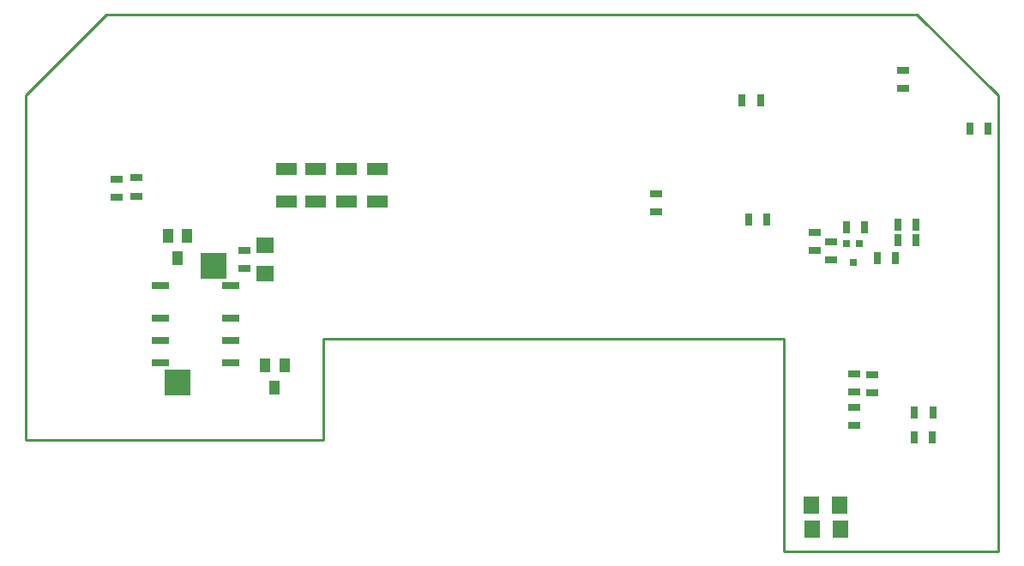
<source format=gbr>
G04 EAGLE Gerber RS-274X export*
G75*
%MOMM*%
%FSLAX34Y34*%
%LPD*%
%INSolderpaste Bottom*%
%IPPOS*%
%AMOC8*
5,1,8,0,0,1.08239X$1,22.5*%
G01*
%ADD10R,0.800000X1.200000*%
%ADD11R,1.200000X0.800000*%
%ADD12R,0.700000X0.700000*%
%ADD13R,1.600000X1.800000*%
%ADD14R,2.000000X1.200000*%
%ADD15R,1.000000X1.400000*%
%ADD16R,1.800000X0.800000*%
%ADD17R,2.500000X2.500000*%
%ADD18R,1.800000X1.600000*%
%ADD19C,0.254000*%


D10*
X828277Y210058D03*
X810277Y210058D03*
D11*
X817880Y13860D03*
X817880Y31860D03*
X817880Y46880D03*
X817880Y64880D03*
D10*
X879077Y212598D03*
X861077Y212598D03*
D11*
X779399Y204707D03*
X779399Y186707D03*
X795401Y177817D03*
X795401Y195817D03*
D10*
X858757Y179578D03*
X840757Y179578D03*
X879077Y197358D03*
X861077Y197358D03*
D12*
X810237Y193908D03*
X823237Y193908D03*
X816737Y175408D03*
D10*
X877206Y2413D03*
X895206Y2413D03*
D13*
X776321Y-88138D03*
X804321Y-88138D03*
D11*
X89662Y239666D03*
X89662Y257666D03*
X109347Y240555D03*
X109347Y258555D03*
D14*
X317119Y235079D03*
X317119Y267079D03*
X286639Y235079D03*
X286639Y267079D03*
X347218Y235587D03*
X347218Y267587D03*
X257429Y235079D03*
X257429Y267079D03*
D15*
X246001Y51741D03*
X255501Y73741D03*
X236501Y73741D03*
D10*
X950324Y306832D03*
X932324Y306832D03*
D11*
X866140Y346600D03*
X866140Y364600D03*
D10*
X725280Y335280D03*
X707280Y335280D03*
D16*
X202640Y152300D03*
X132640Y152300D03*
X202640Y120300D03*
X132640Y120300D03*
X202640Y98300D03*
X132640Y98300D03*
X202640Y76300D03*
X132640Y76300D03*
D17*
X185140Y171800D03*
X150140Y56800D03*
D11*
X215900Y186800D03*
X215900Y168800D03*
D15*
X149860Y179500D03*
X159360Y201500D03*
X140360Y201500D03*
D18*
X236220Y163800D03*
X236220Y191800D03*
D11*
X622300Y224680D03*
X622300Y242680D03*
D10*
X731630Y217170D03*
X713630Y217170D03*
D13*
X775940Y-64770D03*
X803940Y-64770D03*
D11*
X835660Y46372D03*
X835660Y64372D03*
D10*
X895460Y26670D03*
X877460Y26670D03*
D19*
X0Y0D02*
X293500Y0D01*
X293500Y100000D01*
X748100Y100000D01*
X748100Y-110000D01*
X960000Y-110000D01*
X960000Y340000D01*
X880028Y419972D01*
X79972Y419972D01*
X0Y340000D01*
X0Y0D01*
M02*

</source>
